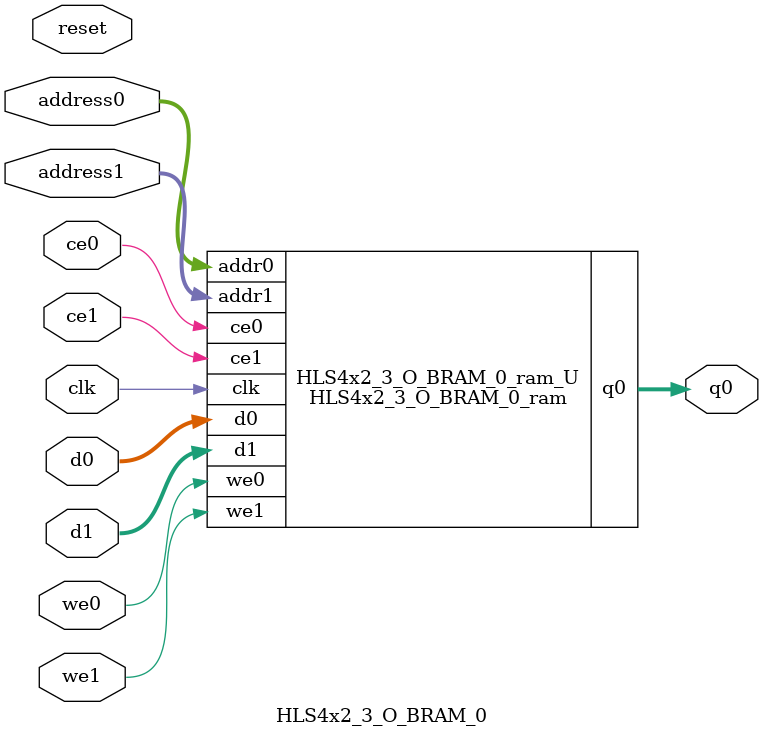
<source format=v>

`timescale 1 ns / 1 ps
module HLS4x2_3_O_BRAM_0_ram (addr0, ce0, d0, we0, q0, addr1, ce1, d1, we1,  clk);

parameter DWIDTH = 16;
parameter AWIDTH = 8;
parameter MEM_SIZE = 169;

input[AWIDTH-1:0] addr0;
input ce0;
input[DWIDTH-1:0] d0;
input we0;
output reg[DWIDTH-1:0] q0;
input[AWIDTH-1:0] addr1;
input ce1;
input[DWIDTH-1:0] d1;
input we1;
input clk;

(* ram_style = "block" *)reg [DWIDTH-1:0] ram[0:MEM_SIZE-1];




always @(posedge clk)  
begin 
    if (ce0) 
    begin
        if (we0) 
        begin 
            ram[addr0] <= d0; 
            q0 <= d0;
        end 
        else 
            q0 <= ram[addr0];
    end
end


always @(posedge clk)  
begin 
    if (ce1) 
    begin
        if (we1) 
        begin 
            ram[addr1] <= d1; 
        end 
    end
end


endmodule


`timescale 1 ns / 1 ps
module HLS4x2_3_O_BRAM_0(
    reset,
    clk,
    address0,
    ce0,
    we0,
    d0,
    q0,
    address1,
    ce1,
    we1,
    d1);

parameter DataWidth = 32'd16;
parameter AddressRange = 32'd169;
parameter AddressWidth = 32'd8;
input reset;
input clk;
input[AddressWidth - 1:0] address0;
input ce0;
input we0;
input[DataWidth - 1:0] d0;
output[DataWidth - 1:0] q0;
input[AddressWidth - 1:0] address1;
input ce1;
input we1;
input[DataWidth - 1:0] d1;



HLS4x2_3_O_BRAM_0_ram HLS4x2_3_O_BRAM_0_ram_U(
    .clk( clk ),
    .addr0( address0 ),
    .ce0( ce0 ),
    .d0( d0 ),
    .we0( we0 ),
    .q0( q0 ),
    .addr1( address1 ),
    .ce1( ce1 ),
    .d1( d1 ),
    .we1( we1 ));

endmodule


</source>
